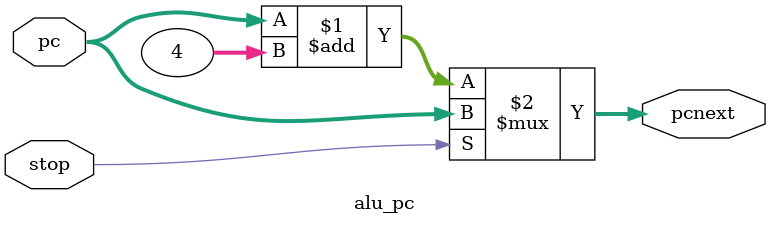
<source format=v>


module alu_pc(pc, stop, pcnext);
    input [31:0] pc;
    input stop;
    
    output [31:0] pcnext;
    
    assign pcnext = (stop ? pc : (pc + 32'd4));
endmodule
</source>
